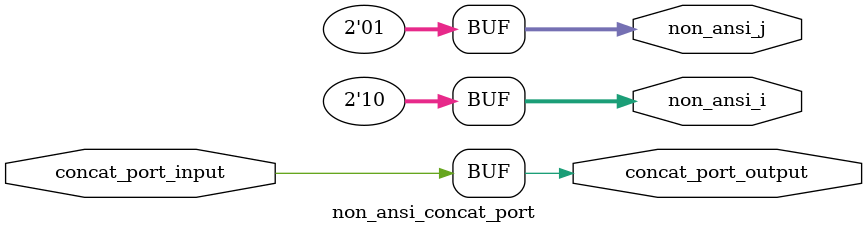
<source format=sv>
module non_ansi_concat_port (
    concat_port_input,
    concat_port_output,
    non_ansi_i,
    non_ansi_j
);
    output logic [1:0] non_ansi_i;
    output logic [1:0] non_ansi_j;
    input logic concat_port_input;
    output logic concat_port_output;
    assign non_ansi_i = 2'b10;
    assign non_ansi_j = 2'b01;
    assign concat_port_output = concat_port_input;
endmodule


</source>
